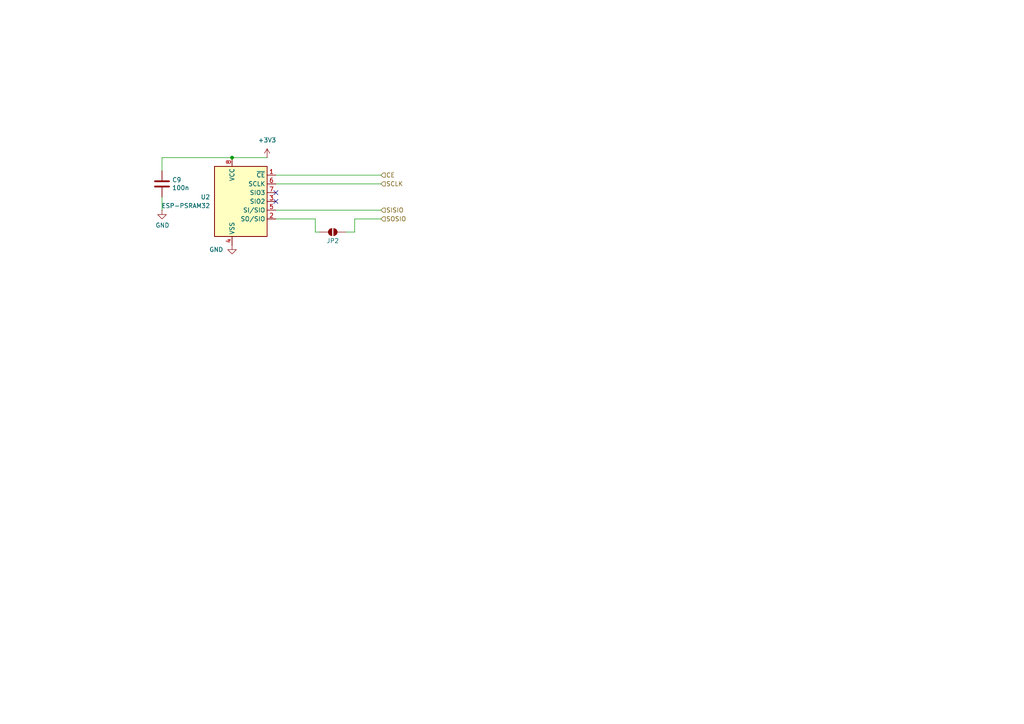
<source format=kicad_sch>
(kicad_sch (version 20250114) (generator "eeschema") (generator_version "9.0")
  (paper "A4")
  (title_block (title "TurboFRANK") (date "2025-03-17") (rev "1.04") (company "Mikhail Matveev") (comment 1 "https://github.com/xtremespb/frank"))
  (lib_symbols
    (symbol "Device:C" (pin_numbers (hide yes)) (pin_names (offset 0.254))
      (property "Reference" "C" (at 0.635 2.54 0))
      (property "Value" "C" (at 0.635 -2.54 0))
      (symbol "C_0_1"
        (polyline (pts (xy -2.032 0.762) (xy 2.032 0.762)) (stroke (width 0.508)))
        (polyline (pts (xy -2.032 -0.762) (xy 2.032 -0.762)) (stroke (width 0.508)))
      )
      (symbol "C_1_1"
        (pin passive line (at 0 3.81 270) (length 2.794) (name "~") (number "1"))
        (pin passive line (at 0 -3.81 90) (length 2.794) (name "~") (number "2"))
      )
    )
    (symbol "FRANK:ESP-PSRAM32"
      (property "Reference" "PSR1" (at -8.89 1.2701 0))
      (property "Value" "PSRAM" (at -8.89 -1.2699 0))
      (symbol "ESP-PSRAM32_0_1"
        (rectangle (start -7.62 10.16) (end 7.62 -10.16) (stroke (width 0.254)) (fill (type background)))
      )
      (symbol "ESP-PSRAM32_1_1"
        (pin power_in line (at -2.54 12.7 270) (length 2.54) (name "VCC") (number "8"))
        (pin power_in line (at -2.54 -12.7 90) (length 2.54) (name "VSS") (number "4"))
        (pin input line (at 10.16 7.62 180) (length 2.54) (name "~{CE}") (number "1"))
        (pin output line (at 10.16 5.08 180) (length 2.54) (name "SCLK") (number "6"))
        (pin bidirectional line (at 10.16 2.54 180) (length 2.54) (name "SIO3") (number "7"))
        (pin bidirectional line (at 10.16 0 180) (length 2.54) (name "SIO2") (number "3"))
        (pin input line (at 10.16 -2.54 180) (length 2.54) (name "SI/SIO") (number "5"))
        (pin output line (at 10.16 -5.08 180) (length 2.54) (name "SO/SIO") (number "2"))
      )
    )
    (symbol "GND_1" (power) (pin_numbers (hide yes)) (pin_names (offset 0) (hide yes))
      (property "Value" "GND" (at 0 -3.81 0))
      (symbol "GND_1_0_1"
        (polyline (pts (xy 0 0) (xy 0 -1.27) (xy 1.27 -1.27) (xy 0 -2.54) (xy -1.27 -1.27) (xy 0 -1.27)))
      )
      (symbol "GND_1_1_1"
        (pin power_in line (at 0 0 270) (length 0) (name "~") (number "1"))
      )
    )
    (symbol "Jumper:SolderJumper_2_Open" (pin_numbers (hide yes)) (pin_names (offset 0) (hide yes)) (exclude_from_sim yes) (in_bom no)
      (property "Reference" "JP" (at 0 2.032 0))
      (property "Value" "SolderJumper_2_Open" (at 0 -2.54 0))
      (symbol "SolderJumper_2_Open_0_1"
        (polyline (pts (xy -0.254 1.016) (xy -0.254 -1.016)))
        (arc (start -0.254 -1.016) (mid -1.2656 0) (end -0.254 1.016))
        (arc (start -0.254 -1.016) (mid -1.2656 0) (end -0.254 1.016) (fill (type outline)))
        (arc (start 0.254 1.016) (mid 1.2656 0) (end 0.254 -1.016))
        (arc (start 0.254 1.016) (mid 1.2656 0) (end 0.254 -1.016) (fill (type outline)))
        (polyline (pts (xy 0.254 1.016) (xy 0.254 -1.016)))
      )
      (symbol "SolderJumper_2_Open_1_1"
        (pin passive line (at -3.81 0 0) (length 2.54) (name "A") (number "1"))
        (pin passive line (at 3.81 0 180) (length 2.54) (name "B") (number "2"))
      )
    )
    (symbol "power:+3V3" (power) (pin_numbers (hide yes)) (pin_names (offset 0) (hide yes))
      (property "Value" "+3V3" (at 0 3.556 0))
      (symbol "+3V3_0_1"
        (polyline (pts (xy -0.762 1.27) (xy 0 2.54)))
        (polyline (pts (xy 0 2.54) (xy 0.762 1.27)))
        (polyline (pts (xy 0 0) (xy 0 2.54)))
      )
      (symbol "+3V3_1_1"
        (pin power_in line (at 0 0 90) (length 0) (name "~") (number "1"))
      )
    )
    (symbol "power:GND" (power) (pin_numbers (hide yes)) (pin_names (offset 0) (hide yes))
      (property "Value" "GND" (at 0 -3.81 0))
      (symbol "GND_0_1"
        (polyline (pts (xy 0 0) (xy 0 -1.27) (xy 1.27 -1.27) (xy 0 -2.54) (xy -1.27 -1.27) (xy 0 -1.27)))
      )
      (symbol "GND_1_1"
        (pin power_in line (at 0 0 270) (length 0) (name "~") (number "1"))
      )
    )
  )
  (junction (at 67.31 45.72))
  (no_connect (at 80.01 55.88))
  (no_connect (at 80.01 58.42))
  (wire (pts (xy 80.01 50.8) (xy 110.49 50.8)))
  (wire (pts (xy 91.44 67.31) (xy 91.44 63.5)))
  (wire (pts (xy 91.44 67.31) (xy 92.71 67.31)))
  (wire (pts (xy 46.99 45.72) (xy 46.99 49.53)))
  (wire (pts (xy 80.01 53.34) (xy 110.49 53.34)))
  (wire (pts (xy 46.99 45.72) (xy 67.31 45.72)))
  (wire (pts (xy 67.31 45.72) (xy 77.47 45.72)))
  (wire (pts (xy 46.99 57.15) (xy 46.99 60.96)))
  (wire (pts (xy 80.01 60.96) (xy 110.49 60.96)))
  (wire (pts (xy 102.87 67.31) (xy 102.87 63.5)))
  (wire (pts (xy 102.87 63.5) (xy 110.49 63.5)))
  (wire (pts (xy 100.33 67.31) (xy 102.87 67.31)))
  (wire (pts (xy 91.44 63.5) (xy 80.01 63.5)))
  (hierarchical_label "SISIO" (shape input) (at 110.49 60.96 0))
  (hierarchical_label "CE" (shape input) (at 110.49 50.8 0))
  (hierarchical_label "SCLK" (shape input) (at 110.49 53.34 0))
  (hierarchical_label "SOSIO" (shape input) (at 110.49 63.5 0))
  (symbol (lib_id "power:GND") (at 67.31 71.12 0) (unit 1)
    (property "Reference" "#PWR049" (effects (hide yes)))
    (property "Value" "GND" (at 64.77 72.39 0) (effects (justify right)))
    (property "Description" "Power symbol creates a global label with name \"GND\" , ground" (effects (hide yes)))
  )
  (symbol (lib_id "power:+3V3") (at 77.47 45.72 0) (unit 1)
    (property "Reference" "#PWR047" (effects (hide yes)))
    (property "Value" "+3V3" (at 77.47 40.64 0))
    (property "Description" "Power symbol creates a global label with name \"+3V3\"" (effects (hide yes)))
  )
  (symbol (lib_id "FRANK:ESP-PSRAM32") (at 69.85 58.42 0) (unit 1)
    (property "Reference" "U2" (at 60.96 57.1499 0) (effects (justify right)))
    (property "Value" "ESP-PSRAM32" (at 60.96 59.6899 0) (effects (justify right)))
    (property "Footprint" "FRANK:SO-8" (effects (hide yes)))
    (property "Datasheet" "https://www.espressif.com/sites/default/files/documentation/esp-psram32_datasheet_en.pdf" (effects (hide yes)))
    (property "AliExpress" "https://www.aliexpress.com/item/1005006440914173.html" (effects (hide yes)))
  )
  (symbol (lib_id "Device:C") (at 46.99 53.34 0) (unit 1)
    (property "Reference" "C9" (at 49.911 52.1716 0) (effects (justify left)))
    (property "Value" "100n" (at 49.911 54.483 0) (effects (justify left)))
    (property "Footprint" "FRANK:Capacitor (0805)" (effects (hide yes)))
    (property "Datasheet" "https://eu.mouser.com/datasheet/2/40/KGM_X7R-3223212.pdf" (effects (hide yes)))
    (property "AliExpress" "https://www.aliexpress.com/item/33008008276.html" (effects (hide yes)))
  )
  (symbol (lib_id "Jumper:SolderJumper_2_Open") (at 96.52 67.31 0) (unit 1)
    (property "Reference" "JP2" (at 96.52 69.85 0))
    (property "Value" "Jumper (Solder)" (effects (hide yes)))
    (property "Footprint" "FRANK:Jumper (solder)" (effects (hide yes)))
    (property "Description" "Solder Jumper, 2-pole, open" (effects (hide yes)))
    (property "AliExpress" "https://www.aliexpress.com/item/1005006454399822.html" (effects (hide yes)))
  )
  (symbol (lib_name "GND_1") (lib_id "power:GND") (at 46.99 60.96 0) (unit 1)
    (property "Reference" "#PWR048" (effects (hide yes)))
    (property "Value" "GND" (at 47.117 65.3542 0))
    (property "Description" "Power symbol creates a global label with name \"GND\" , ground" (effects (hide yes)))
  )
)
</source>
